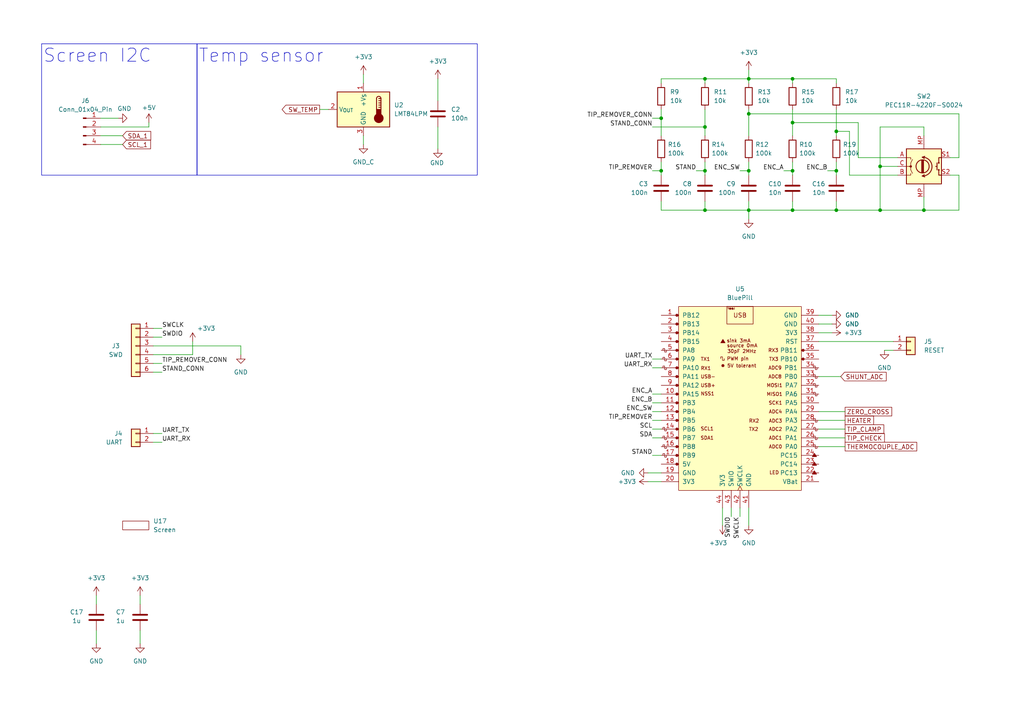
<source format=kicad_sch>
(kicad_sch (version 20250114) (generator "eeschema") (generator_version "9.0")
  (paper "A4")
  (title_block (title "OpenSolder Station Schematic") (date "2023-01-23") (rev "1.1") (comment 1 "Licence: GPL-3.0") (comment 2 "Designer: Håvard Jakobsen") (comment 4 "OpenSolder - JBC T245 compatible soldering station"))
  (lib_symbols
    (symbol "0_Howie:PEC11R-RotEnc" (pin_names (offset 0.254) (hide yes))
      (property "Reference" "SW" (at 3.81 10.16 0))
      (property "Value" "PEC11R-RotEnc" (at 3.81 7.62 0))
      (symbol "PEC11R-RotEnc_0_1"
        (rectangle (start -5.08 5.08) (end 5.08 -5.08) (stroke (width 0.254)) (fill (type background)))
        (polyline (pts (xy -5.08 2.54) (xy -3.81 2.54) (xy -3.81 2.032)))
        (polyline (pts (xy -5.08 0) (xy -3.81 0) (xy -3.81 -1.016) (xy -3.302 -2.032)))
        (polyline (pts (xy -5.08 -2.54) (xy -3.81 -2.54) (xy -3.81 -2.032)))
        (polyline (pts (xy -4.318 0) (xy -3.81 0) (xy -3.81 1.016) (xy -3.302 2.032)))
        (circle (center -3.81 0) (radius 0.254) (fill (type outline)))
        (polyline (pts (xy -0.635 -1.778) (xy -0.635 1.778)) (stroke (width 0.254)))
        (arc (start -0.381 2.667) (mid 2.3368 -0.0635) (end -0.381 -2.794) (stroke (width 0.254)))
        (circle (center -0.381 0) (radius 1.905) (stroke (width 0.254)))
        (polyline (pts (xy -0.381 -1.778) (xy -0.381 1.778)) (stroke (width 0.254)))
        (polyline (pts (xy -0.127 1.778) (xy -0.127 -1.778)) (stroke (width 0.254)))
        (polyline (pts (xy 0 6.35) (xy 0 5.08)) (stroke (width 0.1524)))
        (polyline (pts (xy 0 -6.35) (xy 0 -5.08)) (stroke (width 0.1524)))
        (polyline (pts (xy 0.254 2.921) (xy -0.508 2.667) (xy 0.127 2.286)) (stroke (width 0.254)))
        (polyline (pts (xy 0.254 -3.048) (xy -0.508 -2.794) (xy 0.127 -2.413)) (stroke (width 0.254)))
        (polyline (pts (xy 3.81 1.016) (xy 3.81 -1.016)) (stroke (width 0.254)))
        (polyline (pts (xy 3.81 0) (xy 3.429 0)) (stroke (width 0.254)))
        (circle (center 4.318 1.016) (radius 0.127) (stroke (width 0.254)))
        (circle (center 4.318 -1.016) (radius 0.127) (stroke (width 0.254)))
        (polyline (pts (xy 5.08 2.54) (xy 4.318 2.54) (xy 4.318 1.016)) (stroke (width 0.254)))
        (polyline (pts (xy 5.08 -2.54) (xy 4.318 -2.54) (xy 4.318 -1.016)) (stroke (width 0.254)))
      )
      (symbol "PEC11R-RotEnc_1_1"
        (pin passive line (at -7.62 2.54 0) (length 2.54) (name "A") (number "A"))
        (pin passive line (at -7.62 0 0) (length 2.54) (name "C") (number "C"))
        (pin passive line (at -7.62 -2.54 0) (length 2.54) (name "B") (number "B"))
        (pin passive line (at 0 8.89 270) (length 2.54) (name "MP") (number "MP"))
        (pin passive line (at 0 -8.89 90) (length 2.54) (name "MP") (number "MP"))
        (pin passive line (at 7.62 2.54 180) (length 2.54) (name "S1") (number "S1"))
        (pin passive line (at 7.62 -2.54 180) (length 2.54) (name "S2") (number "S2"))
      )
    )
    (symbol "Connector:Conn_01x04_Pin" (pin_names (offset 1.016) (hide yes))
      (property "Reference" "J" (at 0 5.08 0))
      (property "Value" "Conn_01x04_Pin" (at 0 -7.62 0))
      (symbol "Conn_01x04_Pin_1_1"
        (rectangle (start 0.8636 2.667) (end 0 2.413) (stroke (width 0.1524)) (fill (type outline)))
        (rectangle (start 0.8636 0.127) (end 0 -0.127) (stroke (width 0.1524)) (fill (type outline)))
        (rectangle (start 0.8636 -2.413) (end 0 -2.667) (stroke (width 0.1524)) (fill (type outline)))
        (rectangle (start 0.8636 -4.953) (end 0 -5.207) (stroke (width 0.1524)) (fill (type outline)))
        (polyline (pts (xy 1.27 2.54) (xy 0.8636 2.54)) (stroke (width 0.1524)))
        (polyline (pts (xy 1.27 0) (xy 0.8636 0)) (stroke (width 0.1524)))
        (polyline (pts (xy 1.27 -2.54) (xy 0.8636 -2.54)) (stroke (width 0.1524)))
        (polyline (pts (xy 1.27 -5.08) (xy 0.8636 -5.08)) (stroke (width 0.1524)))
        (pin passive line (at 5.08 2.54 180) (length 3.81) (name "Pin_1") (number "1"))
        (pin passive line (at 5.08 0 180) (length 3.81) (name "Pin_2") (number "2"))
        (pin passive line (at 5.08 -2.54 180) (length 3.81) (name "Pin_3") (number "3"))
        (pin passive line (at 5.08 -5.08 180) (length 3.81) (name "Pin_4") (number "4"))
      )
    )
    (symbol "Connector_Generic:Conn_01x02" (pin_names (offset 1.016) (hide yes))
      (property "Reference" "J" (at 0 2.54 0))
      (property "Value" "Conn_01x02" (at 0 -5.08 0))
      (symbol "Conn_01x02_1_1"
        (rectangle (start -1.27 1.27) (end 1.27 -3.81) (stroke (width 0.254)) (fill (type background)))
        (rectangle (start -1.27 0.127) (end 0 -0.127) (stroke (width 0.1524)))
        (rectangle (start -1.27 -2.413) (end 0 -2.667) (stroke (width 0.1524)))
        (pin passive line (at -5.08 0 0) (length 3.81) (name "Pin_1") (number "1"))
        (pin passive line (at -5.08 -2.54 0) (length 3.81) (name "Pin_2") (number "2"))
      )
    )
    (symbol "Connector_Generic:Conn_01x06" (pin_names (offset 1.016) (hide yes))
      (property "Reference" "J" (at 0 7.62 0))
      (property "Value" "Conn_01x06" (at 0 -10.16 0))
      (symbol "Conn_01x06_1_1"
        (rectangle (start -1.27 6.35) (end 1.27 -8.89) (stroke (width 0.254)) (fill (type background)))
        (rectangle (start -1.27 5.207) (end 0 4.953) (stroke (width 0.1524)))
        (rectangle (start -1.27 2.667) (end 0 2.413) (stroke (width 0.1524)))
        (rectangle (start -1.27 0.127) (end 0 -0.127) (stroke (width 0.1524)))
        (rectangle (start -1.27 -2.413) (end 0 -2.667) (stroke (width 0.1524)))
        (rectangle (start -1.27 -4.953) (end 0 -5.207) (stroke (width 0.1524)))
        (rectangle (start -1.27 -7.493) (end 0 -7.747) (stroke (width 0.1524)))
        (pin passive line (at -5.08 5.08 0) (length 3.81) (name "Pin_1") (number "1"))
        (pin passive line (at -5.08 2.54 0) (length 3.81) (name "Pin_2") (number "2"))
        (pin passive line (at -5.08 0 0) (length 3.81) (name "Pin_3") (number "3"))
        (pin passive line (at -5.08 -2.54 0) (length 3.81) (name "Pin_4") (number "4"))
        (pin passive line (at -5.08 -5.08 0) (length 3.81) (name "Pin_5") (number "5"))
        (pin passive line (at -5.08 -7.62 0) (length 3.81) (name "Pin_6") (number "6"))
      )
    )
    (symbol "Device:C" (pin_numbers (hide yes)) (pin_names (offset 0.254))
      (property "Reference" "C" (at 0.635 2.54 0))
      (property "Value" "C" (at 0.635 -2.54 0))
      (symbol "C_0_1"
        (polyline (pts (xy -2.032 0.762) (xy 2.032 0.762)) (stroke (width 0.508)))
        (polyline (pts (xy -2.032 -0.762) (xy 2.032 -0.762)) (stroke (width 0.508)))
      )
      (symbol "C_1_1"
        (pin passive line (at 0 3.81 270) (length 2.794) (name "~") (number "1"))
        (pin passive line (at 0 -3.81 90) (length 2.794) (name "~") (number "2"))
      )
    )
    (symbol "Device:R" (pin_numbers (hide yes)) (pin_names (offset 0))
      (property "Reference" "R" (at 2.032 0 90))
      (property "Value" "R" (at 0 0 90))
      (symbol "R_0_1"
        (rectangle (start -1.016 -2.54) (end 1.016 2.54) (stroke (width 0.254)))
      )
      (symbol "R_1_1"
        (pin passive line (at 0 3.81 270) (length 1.27) (name "~") (number "1"))
        (pin passive line (at 0 -3.81 90) (length 1.27) (name "~") (number "2"))
      )
    )
    (symbol "PSG:20x4_screen"
      (property "Reference" "U" (at 0.762 1.27 0))
      (property "Value" "Screen" (at 3.048 -1.27 0))
      (symbol "20x4_screen_0_1"
        (rectangle (start 0 -2.54) (end 7.62 -5.08))
      )
    )
    (symbol "Sensor_Temperature:LM35-LP"
      (property "Reference" "U" (at -6.35 6.35 0))
      (property "Value" "LM35-LP" (at 1.27 6.35 0))
      (symbol "LM35-LP_0_1"
        (rectangle (start -7.62 5.08) (end 7.62 -5.08) (stroke (width 0.254)) (fill (type background)))
        (polyline (pts (xy -5.08 3.175) (xy -5.08 0)) (stroke (width 0.254)))
        (polyline (pts (xy -5.08 3.175) (xy -4.445 3.175)) (stroke (width 0.254)))
        (polyline (pts (xy -5.08 2.54) (xy -4.445 2.54)) (stroke (width 0.254)))
        (polyline (pts (xy -5.08 1.905) (xy -4.445 1.905)) (stroke (width 0.254)))
        (polyline (pts (xy -5.08 1.27) (xy -4.445 1.27)) (stroke (width 0.254)))
        (polyline (pts (xy -5.08 0.635) (xy -4.445 0.635)) (stroke (width 0.254)))
        (arc (start -5.08 3.175) (mid -4.445 3.8073) (end -3.81 3.175) (stroke (width 0.254)))
        (circle (center -4.445 -2.54) (radius 1.27) (stroke (width 0.254)) (fill (type outline)))
        (polyline (pts (xy -3.81 3.175) (xy -3.81 0)) (stroke (width 0.254)))
        (rectangle (start -3.81 -1.905) (end -5.08 0) (stroke (width 0.254)) (fill (type outline)))
      )
      (symbol "LM35-LP_1_1"
        (pin power_in line (at 0 7.62 270) (length 2.54) (name "+V_{S}") (number "1"))
        (pin power_in line (at 0 -7.62 90) (length 2.54) (name "GND") (number "3"))
        (pin output line (at 10.16 0 180) (length 2.54) (name "V_{OUT}") (number "2"))
      )
    )
    (symbol "opensolder:BluePill" (pin_names (offset 1.016))
      (property "Reference" "U" (at -15.24 27.94 0))
      (property "Value" "BluePill" (at 7.62 27.686 0))
      (symbol "BluePill_0_0"
        (circle (center -18.288 22.86) (radius 0.3556) (fill (type outline)))
        (circle (center -18.288 17.78) (radius 0.3556) (fill (type outline)))
        (circle (center -18.288 15.24) (radius 0.3556) (fill (type outline)))
        (circle (center -18.288 12.7) (radius 0.3556) (fill (type outline)))
        (circle (center -18.288 10.16) (radius 0.3556) (fill (type outline)))
        (circle (center -18.288 7.62) (radius 0.3556) (fill (type outline)))
        (circle (center -18.288 5.08) (radius 0.3556) (fill (type outline)))
        (circle (center -18.288 2.54) (radius 0.3556) (fill (type outline)))
        (circle (center -18.288 0) (radius 0.3556) (fill (type outline)))
        (circle (center -18.288 -2.54) (radius 0.3556) (fill (type outline)))
        (circle (center -18.288 -5.08) (radius 0.3556) (fill (type outline)))
        (circle (center -18.288 -7.62) (radius 0.3556) (fill (type outline)))
        (circle (center -18.288 -10.16) (radius 0.3556) (fill (type outline)))
        (circle (center -18.288 -12.7) (radius 0.3556) (fill (type outline)))
        (circle (center -18.288 -15.24) (radius 0.3556) (fill (type outline)))
        (circle (center -18.288 -17.78) (radius 0.3556) (fill (type outline)))
        (circle (center -18.288 -20.32) (radius 0.3556) (fill (type outline)))
        (polyline (pts (xy -5.588 14.859) (xy -4.953 15.875) (xy -4.318 14.859) (xy -5.588 14.859) (xy -4.953 15.748) (xy -4.445 14.859) (xy -5.461 14.986) (xy -4.953 15.621) (xy -4.572 14.859) (xy -5.334 15.113) (xy -4.826 15.494) (xy -4.699 14.859) (xy -5.207 15.24) (xy -4.699 15.367) (xy -4.826 14.986) (xy -5.08 15.24) (xy -4.826 15.113) (xy -4.953 15.367)))
        (circle (center -4.953 8.255) (radius 0.127) (fill (type outline)))
        (circle (center -4.953 8.255) (radius 0.254))
        (circle (center -4.953 8.255) (radius 0.3556))
        (circle (center 18.288 12.7) (radius 0.254) (fill (type outline)))
        (circle (center 18.288 12.7) (radius 0.3556))
        (circle (center 18.288 10.16) (radius 0.254) (fill (type outline)))
        (circle (center 18.288 10.16) (radius 0.3556))
        (polyline (pts (xy 20.955 -18.161) (xy 21.59 -17.145) (xy 22.225 -18.161) (xy 20.955 -18.161) (xy 21.59 -17.272) (xy 22.098 -18.161) (xy 21.082 -18.034) (xy 21.59 -17.399) (xy 21.971 -18.161) (xy 21.209 -17.907) (xy 21.717 -17.526) (xy 21.844 -18.161) (xy 21.336 -17.78) (xy 21.844 -17.653) (xy 21.717 -18.034) (xy 21.463 -17.78) (xy 21.717 -17.907) (xy 21.59 -17.653)))
        (polyline (pts (xy 20.955 -20.701) (xy 21.59 -19.685) (xy 22.225 -20.701) (xy 20.955 -20.701) (xy 21.59 -19.812) (xy 22.098 -20.701) (xy 21.082 -20.574) (xy 21.59 -19.939) (xy 21.971 -20.701) (xy 21.209 -20.447) (xy 21.717 -20.066) (xy 21.844 -20.701) (xy 21.336 -20.32) (xy 21.844 -20.193) (xy 21.717 -20.574) (xy 21.463 -20.32) (xy 21.717 -20.447) (xy 21.59 -20.193)))
        (polyline (pts (xy 20.955 -23.241) (xy 21.59 -22.225) (xy 22.225 -23.241) (xy 20.955 -23.241) (xy 21.59 -22.352) (xy 22.098 -23.241) (xy 21.082 -23.114) (xy 21.59 -22.479) (xy 21.971 -23.241) (xy 21.209 -22.987) (xy 21.717 -22.606) (xy 21.844 -23.241) (xy 21.336 -22.86) (xy 21.844 -22.733) (xy 21.717 -23.114) (xy 21.463 -22.86) (xy 21.717 -22.987) (xy 21.59 -22.733)))
        (text "TX1" (at -10.033 10.16 0) (effects (font (size 0.9906 0.9906))))
        (text "RX1" (at -9.906 7.493 0) (effects (font (size 0.9906 0.9906))))
        (text "SCL1" (at -9.525 -10.033 0) (effects (font (size 0.9906 0.9906))))
        (text "SDA1" (at -9.525 -12.7 0) (effects (font (size 0.9906 0.9906))))
        (text "NSS1" (at -9.398 0.127 0) (effects (font (size 0.9906 0.9906))))
        (text "USB-" (at -9.271 5.08 0) (effects (font (size 0.9906 0.9906))))
        (text "USB+" (at -9.271 2.54 0) (effects (font (size 0.9906 0.9906))))
        (text "Y@@J" (at -2.5654 24.8412 0) (effects (font (size 0.508 0.508))))
        (text "PWM pin" (at -0.635 10.287 0) (effects (font (size 0.9906 0.9906))))
        (text "sink 3mA" (at -0.381 15.494 0) (effects (font (size 0.9906 0.9906))))
        (text "USB" (at 0 22.86 0) (effects (font (size 1.27 1.27))))
        (text "30pF 2MHz" (at 0.508 12.446 0) (effects (font (size 0.9906 0.9906))))
        (text "5V tolerant" (at 0.508 8.255 0) (effects (font (size 0.9906 0.9906))))
        (text "source 0mA" (at 0.635 14.097 0) (effects (font (size 0.9906 0.9906))))
        (text "TX2" (at 3.937 -10.16 0) (effects (font (size 0.9906 0.9906))))
        (text "RX2" (at 4.064 -7.747 0) (effects (font (size 0.9906 0.9906))))
        (text "RX3" (at 9.652 12.7 0) (effects (font (size 0.9906 0.9906))))
        (text "TX3" (at 9.779 10.16 0) (effects (font (size 0.9906 0.9906))))
        (text "LED" (at 9.906 -22.733 0) (effects (font (size 0.9906 0.9906))))
        (text "MOSI1" (at 10.033 2.54 0) (effects (font (size 0.9906 0.9906))))
        (text "MISO1" (at 10.033 0 0) (effects (font (size 0.9906 0.9906))))
        (text "ADC9" (at 10.16 7.62 0) (effects (font (size 0.9906 0.9906))))
        (text "ADC8" (at 10.16 5.08 0) (effects (font (size 0.9906 0.9906))))
        (text "SCK1" (at 10.287 -2.54 0) (effects (font (size 0.9906 0.9906))))
        (text "ADC4" (at 10.287 -5.08 0) (effects (font (size 0.9906 0.9906))))
        (text "ADC3" (at 10.287 -7.747 0) (effects (font (size 0.9906 0.9906))))
        (text "ADC2" (at 10.287 -10.16 0) (effects (font (size 0.9906 0.9906))))
        (text "ADC1" (at 10.287 -12.7 0) (effects (font (size 0.9906 0.9906))))
        (text "ADC0" (at 10.287 -15.24 0) (effects (font (size 0.9906 0.9906))))
      )
      (symbol "BluePill_0_1"
        (polyline (pts (xy -21.336 12.7) (xy -21.336 12.192) (xy -21.844 12.192) (xy -21.844 13.208) (xy -22.352 13.208) (xy -22.352 12.7)))
        (polyline (pts (xy -21.336 10.16) (xy -21.336 9.652) (xy -21.844 9.652) (xy -21.844 10.668) (xy -22.352 10.668) (xy -22.352 10.16)))
        (polyline (pts (xy -21.336 7.62) (xy -21.336 7.112) (xy -21.844 7.112) (xy -21.844 8.128) (xy -22.352 8.128) (xy -22.352 7.62)))
        (polyline (pts (xy -21.336 -10.16) (xy -21.336 -10.668) (xy -21.844 -10.668) (xy -21.844 -9.652) (xy -22.352 -9.652) (xy -22.352 -10.16)))
        (polyline (pts (xy -21.336 -12.7) (xy -21.336 -13.208) (xy -21.844 -13.208) (xy -21.844 -12.192) (xy -22.352 -12.192) (xy -22.352 -12.7)))
        (polyline (pts (xy -21.336 -15.24) (xy -21.336 -15.748) (xy -21.844 -15.748) (xy -21.844 -14.732) (xy -22.352 -14.732) (xy -22.352 -15.24)))
        (polyline (pts (xy -21.336 -17.78) (xy -21.336 -18.288) (xy -21.844 -18.288) (xy -21.844 -17.272) (xy -22.352 -17.272) (xy -22.352 -17.78)))
        (rectangle (start -17.78 25.4) (end 17.78 -27.94) (fill (type background)))
        (polyline (pts (xy -4.572 10.287) (xy -4.572 9.779) (xy -5.08 9.779) (xy -5.08 10.795) (xy -5.588 10.795) (xy -5.588 10.287)))
        (rectangle (start 3.81 25.4) (end -3.81 20.32))
        (polyline (pts (xy 22.352 7.62) (xy 22.352 7.112) (xy 21.844 7.112) (xy 21.844 8.128) (xy 21.336 8.128) (xy 21.336 7.62)))
        (polyline (pts (xy 22.352 5.08) (xy 22.352 4.572) (xy 21.844 4.572) (xy 21.844 5.588) (xy 21.336 5.588) (xy 21.336 5.08)))
        (polyline (pts (xy 22.352 2.54) (xy 22.352 2.032) (xy 21.844 2.032) (xy 21.844 3.048) (xy 21.336 3.048) (xy 21.336 2.54)))
        (polyline (pts (xy 22.352 0) (xy 22.352 -0.508) (xy 21.844 -0.508) (xy 21.844 0.508) (xy 21.336 0.508) (xy 21.336 0)))
        (polyline (pts (xy 22.352 -7.62) (xy 22.352 -8.128) (xy 21.844 -8.128) (xy 21.844 -7.112) (xy 21.336 -7.112) (xy 21.336 -7.62)))
        (polyline (pts (xy 22.352 -10.16) (xy 22.352 -10.668) (xy 21.844 -10.668) (xy 21.844 -9.652) (xy 21.336 -9.652) (xy 21.336 -10.16)))
        (polyline (pts (xy 22.352 -12.7) (xy 22.352 -13.208) (xy 21.844 -13.208) (xy 21.844 -12.192) (xy 21.336 -12.192) (xy 21.336 -12.7)))
        (polyline (pts (xy 22.352 -15.24) (xy 22.352 -15.748) (xy 21.844 -15.748) (xy 21.844 -14.732) (xy 21.336 -14.732) (xy 21.336 -15.24)))
      )
      (symbol "BluePill_1_1"
        (circle (center -18.288 20.32) (radius 0.3556) (fill (type outline)))
        (pin bidirectional line (at -22.86 22.86 0) (length 5.08) (name "PB12") (number "1"))
        (pin bidirectional line (at -22.86 20.32 0) (length 5.08) (name "PB13") (number "2"))
        (pin bidirectional line (at -22.86 17.78 0) (length 5.08) (name "PB14") (number "3"))
        (pin bidirectional line (at -22.86 15.24 0) (length 5.08) (name "PB15") (number "4"))
        (pin bidirectional line (at -22.86 12.7 0) (length 5.08) (name "PA8") (number "5"))
        (pin bidirectional line (at -22.86 10.16 0) (length 5.08) (name "PA9") (number "6"))
        (pin bidirectional line (at -22.86 7.62 0) (length 5.08) (name "PA10") (number "7"))
        (pin bidirectional line (at -22.86 5.08 0) (length 5.08) (name "PA11") (number "8"))
        (pin bidirectional line (at -22.86 2.54 0) (length 5.08) (name "PA12") (number "9"))
        (pin bidirectional line (at -22.86 0 0) (length 5.08) (name "PA15") (number "10"))
        (pin bidirectional line (at -22.86 -2.54 0) (length 5.08) (name "PB3") (number "11"))
        (pin bidirectional line (at -22.86 -5.08 0) (length 5.08) (name "PB4") (number "12"))
        (pin bidirectional line (at -22.86 -7.62 0) (length 5.08) (name "PB5") (number "13"))
        (pin bidirectional line (at -22.86 -10.16 0) (length 5.08) (name "PB6") (number "14"))
        (pin bidirectional line (at -22.86 -12.7 0) (length 5.08) (name "PB7") (number "15"))
        (pin bidirectional line (at -22.86 -15.24 0) (length 5.08) (name "PB8") (number "16"))
        (pin bidirectional line (at -22.86 -17.78 0) (length 5.08) (name "PB9") (number "17"))
        (pin power_in line (at -22.86 -20.32 0) (length 5.08) (name "5V") (number "18"))
        (pin power_in line (at -22.86 -22.86 0) (length 5.08) (name "GND") (number "19"))
        (pin power_in line (at -22.86 -25.4 0) (length 5.08) (name "3V3") (number "20"))
        (pin power_in line (at -5.08 -33.02 90) (length 5.08) (name "3V3") (number "44"))
        (pin bidirectional line (at -2.54 -33.02 90) (length 5.08) (name "SWIO") (number "43"))
        (pin bidirectional clock (at 0 -33.02 90) (length 5.08) (name "SWCLK") (number "42"))
        (pin power_in line (at 2.54 -33.02 90) (length 5.08) (name "GND") (number "41"))
        (pin power_in line (at 22.86 22.86 180) (length 5.08) (name "GND") (number "39"))
        (pin power_in line (at 22.86 20.32 180) (length 5.08) (name "GND") (number "40"))
        (pin power_in line (at 22.86 17.78 180) (length 5.08) (name "3V3") (number "38"))
        (pin input line (at 22.86 15.24 180) (length 5.08) (name "RST") (number "37"))
        (pin bidirectional line (at 22.86 12.7 180) (length 5.08) (name "PB11") (number "36"))
        (pin bidirectional line (at 22.86 10.16 180) (length 5.08) (name "PB10") (number "35"))
        (pin bidirectional line (at 22.86 7.62 180) (length 5.08) (name "PB1") (number "34"))
        (pin bidirectional line (at 22.86 5.08 180) (length 5.08) (name "PB0") (number "33"))
        (pin bidirectional line (at 22.86 2.54 180) (length 5.08) (name "PA7") (number "32"))
        (pin bidirectional line (at 22.86 0 180) (length 5.08) (name "PA6") (number "31"))
        (pin bidirectional line (at 22.86 -2.54 180) (length 5.08) (name "PA5") (number "30"))
        (pin bidirectional line (at 22.86 -5.08 180) (length 5.08) (name "PA4") (number "29"))
        (pin bidirectional line (at 22.86 -7.62 180) (length 5.08) (name "PA3") (number "28"))
        (pin bidirectional line (at 22.86 -10.16 180) (length 5.08) (name "PA2") (number "27"))
        (pin bidirectional line (at 22.86 -12.7 180) (length 5.08) (name "PA1") (number "26"))
        (pin bidirectional line (at 22.86 -15.24 180) (length 5.08) (name "PA0") (number "25"))
        (pin bidirectional line (at 22.86 -17.78 180) (length 5.08) (name "PC15") (number "24"))
        (pin bidirectional line (at 22.86 -20.32 180) (length 5.08) (name "PC14") (number "23"))
        (pin bidirectional line (at 22.86 -22.86 180) (length 5.08) (name "PC13") (number "22"))
        (pin power_in line (at 22.86 -25.4 180) (length 5.08) (name "VBat") (number "21"))
      )
    )
    (symbol "power:+3V3" (power) (pin_names (offset 0))
      (property "Value" "+3V3" (at 0 3.556 0))
      (symbol "+3V3_0_1"
        (polyline (pts (xy -0.762 1.27) (xy 0 2.54)))
        (polyline (pts (xy 0 2.54) (xy 0.762 1.27)))
        (polyline (pts (xy 0 0) (xy 0 2.54)))
      )
      (symbol "+3V3_1_1"
        (pin power_in line (at 0 0 90) (length 0) (hide yes) (name "+3V3") (number "1"))
      )
    )
    (symbol "power:GND" (power) (pin_names (offset 0))
      (property "Value" "GND" (at 0 -3.81 0))
      (symbol "GND_0_1"
        (polyline (pts (xy 0 0) (xy 0 -1.27) (xy 1.27 -1.27) (xy 0 -2.54) (xy -1.27 -1.27) (xy 0 -1.27)))
      )
      (symbol "GND_1_1"
        (pin power_in line (at 0 0 270) (length 0) (hide yes) (name "GND") (number "1"))
      )
    )
  )
  (rectangle (start 57.15 12.7) (end 138.43 50.8))
  (rectangle (start 12.065 12.7) (end 57.15 50.8))
  (text "Screen I2C" (at 12.446 16.256 0) (effects (font (size 3.81 3.81)) (justify left)))
  (text "Temp sensor\n" (at 57.531 16.256 0) (effects (font (size 3.81 3.81)) (justify left)))
  (junction (at 204.47 36.83))
  (junction (at 191.77 49.53))
  (junction (at 267.97 60.96))
  (junction (at 242.57 60.96))
  (junction (at 217.17 33.02))
  (junction (at 229.87 60.96))
  (junction (at 229.87 49.53))
  (junction (at 217.17 22.86))
  (junction (at 255.27 48.26))
  (junction (at 204.47 49.53))
  (junction (at 229.87 22.86))
  (junction (at 217.17 49.53))
  (junction (at 217.17 60.96))
  (junction (at 229.87 35.56))
  (junction (at 191.77 34.29))
  (junction (at 204.47 22.86))
  (junction (at 242.57 49.53))
  (junction (at 255.27 60.96))
  (junction (at 242.57 38.1))
  (junction (at 204.47 60.96))
  (wire (pts (xy 191.77 114.3) (xy 189.23 114.3)))
  (wire (pts (xy 189.23 36.83) (xy 204.47 36.83)))
  (wire (pts (xy 191.77 58.42) (xy 191.77 60.96)))
  (wire (pts (xy 27.94 172.72) (xy 27.94 175.26)))
  (wire (pts (xy 204.47 49.53) (xy 201.93 49.53)))
  (wire (pts (xy 240.03 49.53) (xy 242.57 49.53)))
  (wire (pts (xy 43.18 35.56) (xy 43.18 36.83)))
  (wire (pts (xy 44.45 107.95) (xy 46.99 107.95)))
  (wire (pts (xy 267.97 36.83) (xy 267.97 39.37)))
  (wire (pts (xy 217.17 31.75) (xy 217.17 33.02)))
  (wire (pts (xy 217.17 33.02) (xy 217.17 39.37)))
  (wire (pts (xy 217.17 58.42) (xy 217.17 60.96)))
  (wire (pts (xy 229.87 60.96) (xy 242.57 60.96)))
  (wire (pts (xy 242.57 60.96) (xy 255.27 60.96)))
  (wire (pts (xy 189.23 106.68) (xy 191.77 106.68)))
  (wire (pts (xy 44.45 97.79) (xy 46.99 97.79)))
  (wire (pts (xy 191.77 46.99) (xy 191.77 49.53)))
  (wire (pts (xy 248.92 35.56) (xy 229.87 35.56)))
  (wire (pts (xy 248.92 45.72) (xy 248.92 35.56)))
  (wire (pts (xy 260.35 45.72) (xy 248.92 45.72)))
  (wire (pts (xy 241.3 93.98) (xy 237.49 93.98)))
  (wire (pts (xy 191.77 22.86) (xy 204.47 22.86)))
  (wire (pts (xy 204.47 22.86) (xy 217.17 22.86)))
  (wire (pts (xy 191.77 132.08) (xy 189.23 132.08)))
  (wire (pts (xy 29.21 41.91) (xy 35.56 41.91)))
  (wire (pts (xy 191.77 127) (xy 189.23 127)))
  (wire (pts (xy 204.47 31.75) (xy 204.47 36.83)))
  (wire (pts (xy 204.47 36.83) (xy 204.47 39.37)))
  (wire (pts (xy 229.87 46.99) (xy 229.87 49.53)))
  (wire (pts (xy 237.49 109.22) (xy 243.84 109.22)))
  (wire (pts (xy 127 36.83) (xy 127 43.18)))
  (wire (pts (xy 127 22.86) (xy 127 29.21)))
  (wire (pts (xy 44.45 95.25) (xy 46.99 95.25)))
  (wire (pts (xy 187.96 139.7) (xy 191.77 139.7)))
  (wire (pts (xy 204.47 46.99) (xy 204.47 49.53)))
  (wire (pts (xy 217.17 147.32) (xy 217.17 152.4)))
  (wire (pts (xy 217.17 20.32) (xy 217.17 22.86)))
  (wire (pts (xy 217.17 22.86) (xy 217.17 24.13)))
  (wire (pts (xy 46.99 128.27) (xy 44.45 128.27)))
  (wire (pts (xy 229.87 58.42) (xy 229.87 60.96)))
  (wire (pts (xy 92.71 31.75) (xy 95.25 31.75)))
  (wire (pts (xy 237.49 129.54) (xy 245.11 129.54)))
  (wire (pts (xy 69.85 102.87) (xy 69.85 100.33)))
  (wire (pts (xy 242.57 58.42) (xy 242.57 60.96)))
  (wire (pts (xy 191.77 60.96) (xy 204.47 60.96)))
  (wire (pts (xy 204.47 60.96) (xy 217.17 60.96)))
  (wire (pts (xy 189.23 34.29) (xy 191.77 34.29)))
  (wire (pts (xy 242.57 38.1) (xy 246.38 38.1)))
  (wire (pts (xy 246.38 50.8) (xy 246.38 38.1)))
  (wire (pts (xy 260.35 50.8) (xy 246.38 50.8)))
  (wire (pts (xy 44.45 105.41) (xy 46.99 105.41)))
  (wire (pts (xy 229.87 31.75) (xy 229.87 35.56)))
  (wire (pts (xy 229.87 35.56) (xy 229.87 39.37)))
  (wire (pts (xy 29.21 36.83) (xy 43.18 36.83)))
  (wire (pts (xy 256.54 101.6) (xy 259.08 101.6)))
  (wire (pts (xy 217.17 60.96) (xy 217.17 63.5)))
  (wire (pts (xy 267.97 57.15) (xy 267.97 60.96)))
  (wire (pts (xy 191.77 31.75) (xy 191.77 34.29)))
  (wire (pts (xy 191.77 34.29) (xy 191.77 39.37)))
  (wire (pts (xy 237.49 121.92) (xy 245.11 121.92)))
  (wire (pts (xy 212.09 147.32) (xy 212.09 149.86)))
  (wire (pts (xy 29.21 39.37) (xy 35.56 39.37)))
  (wire (pts (xy 204.47 50.8) (xy 204.47 49.53)))
  (wire (pts (xy 204.47 22.86) (xy 204.47 24.13)))
  (wire (pts (xy 191.77 22.86) (xy 191.77 24.13)))
  (wire (pts (xy 217.17 22.86) (xy 229.87 22.86)))
  (wire (pts (xy 255.27 48.26) (xy 255.27 60.96)))
  (wire (pts (xy 255.27 60.96) (xy 267.97 60.96)))
  (wire (pts (xy 260.35 48.26) (xy 255.27 48.26)))
  (wire (pts (xy 267.97 60.96) (xy 278.13 60.96)))
  (wire (pts (xy 275.59 50.8) (xy 278.13 50.8)))
  (wire (pts (xy 278.13 50.8) (xy 278.13 60.96)))
  (wire (pts (xy 241.3 96.52) (xy 237.49 96.52)))
  (wire (pts (xy 255.27 36.83) (xy 255.27 48.26)))
  (wire (pts (xy 267.97 36.83) (xy 255.27 36.83)))
  (wire (pts (xy 27.94 182.88) (xy 27.94 186.69)))
  (wire (pts (xy 229.87 22.86) (xy 229.87 24.13)))
  (wire (pts (xy 237.49 119.38) (xy 245.11 119.38)))
  (wire (pts (xy 217.17 50.8) (xy 217.17 49.53)))
  (wire (pts (xy 237.49 127) (xy 245.11 127)))
  (wire (pts (xy 217.17 60.96) (xy 229.87 60.96)))
  (wire (pts (xy 214.63 147.32) (xy 214.63 149.86)))
  (wire (pts (xy 55.88 102.87) (xy 55.88 99.06)))
  (wire (pts (xy 242.57 46.99) (xy 242.57 49.53)))
  (wire (pts (xy 217.17 46.99) (xy 217.17 49.53)))
  (wire (pts (xy 105.41 21.59) (xy 105.41 24.13)))
  (wire (pts (xy 237.49 124.46) (xy 245.11 124.46)))
  (wire (pts (xy 189.23 104.14) (xy 191.77 104.14)))
  (wire (pts (xy 44.45 100.33) (xy 69.85 100.33)))
  (wire (pts (xy 229.87 49.53) (xy 227.33 49.53)))
  (wire (pts (xy 191.77 50.8) (xy 191.77 49.53)))
  (wire (pts (xy 275.59 45.72) (xy 278.13 45.72)))
  (wire (pts (xy 278.13 33.02) (xy 217.17 33.02)))
  (wire (pts (xy 278.13 45.72) (xy 278.13 33.02)))
  (wire (pts (xy 204.47 58.42) (xy 204.47 60.96)))
  (wire (pts (xy 191.77 119.38) (xy 189.23 119.38)))
  (wire (pts (xy 105.41 41.91) (xy 105.41 39.37)))
  (wire (pts (xy 214.63 49.53) (xy 217.17 49.53)))
  (wire (pts (xy 191.77 124.46) (xy 189.23 124.46)))
  (wire (pts (xy 237.49 99.06) (xy 259.08 99.06)))
  (wire (pts (xy 242.57 24.13) (xy 242.57 22.86)))
  (wire (pts (xy 242.57 31.75) (xy 242.57 38.1)))
  (wire (pts (xy 242.57 38.1) (xy 242.57 39.37)))
  (wire (pts (xy 40.64 182.88) (xy 40.64 186.69)))
  (wire (pts (xy 191.77 121.92) (xy 189.23 121.92)))
  (wire (pts (xy 241.3 91.44) (xy 237.49 91.44)))
  (wire (pts (xy 40.64 172.72) (xy 40.64 175.26)))
  (wire (pts (xy 187.96 137.16) (xy 191.77 137.16)))
  (wire (pts (xy 229.87 49.53) (xy 229.87 50.8)))
  (wire (pts (xy 191.77 49.53) (xy 189.23 49.53)))
  (wire (pts (xy 34.29 34.29) (xy 29.21 34.29)))
  (wire (pts (xy 44.45 102.87) (xy 55.88 102.87)))
  (wire (pts (xy 191.77 116.84) (xy 189.23 116.84)))
  (wire (pts (xy 209.55 147.32) (xy 209.55 152.4)))
  (wire (pts (xy 242.57 49.53) (xy 242.57 50.8)))
  (wire (pts (xy 46.99 125.73) (xy 44.45 125.73)))
  (wire (pts (xy 242.57 22.86) (xy 229.87 22.86)))
  (label "TIP_REMOVER_CONN" (at 46.99 105.41 0))
  (label "TIP_REMOVER" (at 189.23 49.53 180))
  (label "ENC_B" (at 189.23 116.84 180))
  (label "ENC_B" (at 240.03 49.53 180))
  (label "SWDIO" (at 46.99 97.79 0))
  (label "SCL" (at 189.23 124.46 180))
  (label "UART_RX" (at 189.23 106.68 180))
  (label "SWCLK" (at 46.99 95.25 0))
  (label "SWCLK" (at 214.63 149.86 270))
  (label "SDA" (at 189.23 127 180))
  (label "STAND_CONN" (at 189.23 36.83 180))
  (label "TIP_REMOVER_CONN" (at 189.23 34.29 180))
  (label "ENC_A" (at 189.23 114.3 180))
  (label "ENC_A" (at 227.33 49.53 180))
  (label "ENC_SW" (at 214.63 49.53 180))
  (label "STAND" (at 189.23 132.08 180))
  (label "ENC_SW" (at 189.23 119.38 180))
  (label "STAND_CONN" (at 46.99 107.95 0))
  (label "UART_TX" (at 189.23 104.14 180))
  (label "UART_TX" (at 46.99 125.73 0))
  (label "STAND" (at 201.93 49.53 180))
  (label "TIP_REMOVER" (at 189.23 121.92 180))
  (label "SWDIO" (at 212.09 149.86 270))
  (label "UART_RX" (at 46.99 128.27 0))
  (global_label "HEATER" (shape passive) (at 245.11 121.92 0) (property "Intersheetrefs" "${INTERSHEET_REFS}" (effects (hide yes))))
  (global_label "SDA_1" (shape input) (at 35.56 39.37 0) (property "Intersheetrefs" "${INTERSHEET_REFS}" (effects (hide yes))))
  (global_label "SW_TEMP" (shape output) (at 92.71 31.75 180) (property "Intersheetrefs" "${INTERSHEET_REFS}" (effects (hide yes))))
  (global_label "SHUNT_ADC" (shape input) (at 243.84 109.22 0) (property "Intersheetrefs" "${INTERSHEET_REFS}" (effects (hide yes))))
  (global_label "TIP_CHECK" (shape passive) (at 245.11 127 0) (property "Intersheetrefs" "${INTERSHEET_REFS}" (effects (hide yes))))
  (global_label "THERMOCOUPLE_ADC" (shape passive) (at 245.11 129.54 0) (property "Intersheetrefs" "${INTERSHEET_REFS}" (effects (hide yes))))
  (global_label "SCL_1" (shape input) (at 35.56 41.91 0) (property "Intersheetrefs" "${INTERSHEET_REFS}" (effects (hide yes))))
  (global_label "ZERO_CROSS" (shape passive) (at 245.11 119.38 0) (property "Intersheetrefs" "${INTERSHEET_REFS}" (effects (hide yes))))
  (global_label "TIP_CLAMP" (shape passive) (at 245.11 124.46 0) (property "Intersheetrefs" "${INTERSHEET_REFS}" (effects (hide yes))))
  (symbol (lib_id "Device:R") (at 229.87 43.18 0) (unit 1)
    (property "Reference" "R10" (at 231.775 41.91 0) (effects (justify left)))
    (property "Value" "100k" (at 231.775 44.45 0) (effects (justify left)))
    (property "Footprint" "Resistor_SMD:R_0603_1608Metric_Pad0.98x0.95mm_HandSolder" (effects (hide yes)))
    (property "LCSC" "C25803" (effects (hide yes)))
  )
  (symbol (lib_id "Device:C") (at 27.94 179.07 0) (mirror y) (unit 1)
    (property "Reference" "C17" (at 22.225 177.5291 0))
    (property "Value" "1u" (at 22.225 180.0691 0))
    (property "Footprint" "Capacitor_SMD:C_0603_1608Metric_Pad1.08x0.95mm_HandSolder" (effects (hide yes)))
    (property "LCSC" "C15849" (effects (hide yes)))
  )
  (symbol (lib_id "opensolder:BluePill") (at 214.63 114.3 0) (unit 1)
    (property "Reference" "U5" (at 214.63 83.82 0))
    (property "Value" "BluePill" (at 214.63 86.36 0))
    (property "Footprint" "opensolder:BluePill" (effects (hide yes)))
  )
  (symbol (lib_id "Connector_Generic:Conn_01x02") (at 264.16 99.06 0) (unit 1)
    (property "Reference" "J5" (at 267.97 99.06 0) (effects (justify left)))
    (property "Value" "RESET" (at 267.97 101.6 0) (effects (justify left)))
    (property "Footprint" "Connector_PinSocket_2.54mm:PinSocket_1x02_P2.54mm_Vertical" (effects (hide yes)))
  )
  (symbol (lib_id "power:GND") (at 69.85 102.87 0) (unit 1)
    (property "Reference" "#PWR0104" (effects (hide yes)))
    (property "Value" "GND" (at 69.85 107.95 0))
  )
  (symbol (lib_id "power:GND") (at 127 43.18 0) (unit 1)
    (property "Reference" "#PWR041" (effects (hide yes)))
    (property "Value" "GND" (at 126.746 47.244 0))
  )
  (symbol (lib_id "Device:C") (at 229.87 54.61 0) (mirror x) (unit 1)
    (property "Reference" "C10" (at 226.695 53.34 0) (effects (justify right)))
    (property "Value" "10n" (at 226.695 55.88 0) (effects (justify right)))
    (property "Footprint" "Capacitor_SMD:C_0603_1608Metric_Pad1.08x0.95mm_HandSolder" (effects (hide yes)))
    (property "LCSC" "C57112" (effects (hide yes)))
  )
  (symbol (lib_id "Device:R") (at 204.47 27.94 0) (unit 1)
    (property "Reference" "R11" (at 207.01 26.6699 0) (effects (justify left)))
    (property "Value" "10k" (at 207.01 29.2099 0) (effects (justify left)))
    (property "Footprint" "Resistor_SMD:R_0603_1608Metric_Pad0.98x0.95mm_HandSolder" (effects (hide yes)))
    (property "LCSC" "C25804" (effects (hide yes)))
  )
  (symbol (lib_id "power:+3V3") (at 241.3 96.52 270) (mirror x) (unit 1)
    (property "Reference" "#PWR020" (effects (hide yes)))
    (property "Value" "+3V3" (at 247.396 96.52 90))
  )
  (symbol (lib_id "power:+3V3") (at 55.88 99.06 0) (unit 1)
    (property "Reference" "#PWR019" (effects (hide yes)))
    (property "Value" "+3V3" (at 57.15 95.25 0) (effects (justify left)))
  )
  (symbol (lib_id "Device:C") (at 40.64 179.07 0) (mirror y) (unit 1)
    (property "Reference" "C7" (at 34.925 177.5291 0))
    (property "Value" "1u" (at 34.925 180.0691 0))
    (property "Footprint" "Capacitor_SMD:C_0603_1608Metric_Pad1.08x0.95mm_HandSolder" (effects (hide yes)))
    (property "LCSC" "C15849" (effects (hide yes)))
  )
  (symbol (lib_id "Device:C") (at 217.17 54.61 0) (mirror x) (unit 1)
    (property "Reference" "C9" (at 213.36 53.3399 0) (effects (justify right)))
    (property "Value" "100n" (at 213.36 55.8799 0) (effects (justify right)))
    (property "Footprint" "Capacitor_SMD:C_0603_1608Metric_Pad1.08x0.95mm_HandSolder" (effects (hide yes)))
    (property "LCSC" "C14663" (effects (hide yes)))
  )
  (symbol (lib_id "power:+3V3") (at 43.18 35.56 0) (mirror y) (unit 1)
    (property "Reference" "#PWR057" (effects (hide yes)))
    (property "Value" "+5V" (at 43.18 31.242 0))
  )
  (symbol (lib_id "power:GND") (at 105.41 41.91 0) (unit 1)
    (property "Reference" "#PWR040" (effects (hide yes)))
    (property "Value" "GND_C" (at 105.41 46.99 0))
    (property "Description" "Power symbol creates a global label with name \"GND\" , ground" (effects (hide yes)))
  )
  (symbol (lib_id "power:GND") (at 217.17 152.4 0) (unit 1)
    (property "Reference" "#PWR033" (effects (hide yes)))
    (property "Value" "GND" (at 217.17 157.48 0))
  )
  (symbol (lib_id "Device:R") (at 191.77 43.18 0) (unit 1)
    (property "Reference" "R16" (at 193.675 41.91 0) (effects (justify left)))
    (property "Value" "100k" (at 193.675 44.45 0) (effects (justify left)))
    (property "Footprint" "Resistor_SMD:R_0603_1608Metric_Pad0.98x0.95mm_HandSolder" (effects (hide yes)))
    (property "LCSC" "C25803" (effects (hide yes)))
  )
  (symbol (lib_id "Connector_Generic:Conn_01x06") (at 39.37 100.33 0) (mirror y) (unit 1)
    (property "Reference" "J3" (at 33.5915 100.33 0))
    (property "Value" "SWD" (at 33.5915 102.87 0))
    (property "Footprint" "Connector_IDC:IDC-Header_2x03_P2.54mm_Vertical" (effects (hide yes)))
  )
  (symbol (lib_id "Device:C") (at 204.47 54.61 0) (mirror x) (unit 1)
    (property "Reference" "C8" (at 200.66 53.3399 0) (effects (justify right)))
    (property "Value" "100n" (at 200.66 55.8799 0) (effects (justify right)))
    (property "Footprint" "Capacitor_SMD:C_0603_1608Metric_Pad1.08x0.95mm_HandSolder" (effects (hide yes)))
    (property "LCSC" "C14663" (effects (hide yes)))
  )
  (symbol (lib_id "power:+3V3") (at 105.41 21.59 0) (unit 1)
    (property "Reference" "#PWR039" (effects (hide yes)))
    (property "Value" "+3V3" (at 105.41 16.51 0))
  )
  (symbol (lib_id "Device:R") (at 242.57 43.18 0) (unit 1)
    (property "Reference" "R19" (at 244.475 41.91 0) (effects (justify left)))
    (property "Value" "100k" (at 244.475 44.45 0) (effects (justify left)))
    (property "Footprint" "Resistor_SMD:R_0603_1608Metric_Pad0.98x0.95mm_HandSolder" (effects (hide yes)))
    (property "LCSC" "C25803" (effects (hide yes)))
  )
  (symbol (lib_id "power:+3V3") (at 187.96 139.7 90) (unit 1)
    (property "Reference" "#PWR015" (effects (hide yes)))
    (property "Value" "+3V3" (at 181.864 139.7 90))
  )
  (symbol (lib_id "Sensor_Temperature:LM35-LP") (at 105.41 31.75 0) (mirror y) (unit 1)
    (property "Reference" "U2" (at 114.3 30.4799 0) (effects (justify right)))
    (property "Value" "LMT84LPM" (at 114.3 33.0199 0) (effects (justify right)))
    (property "Footprint" "Package_TO_SOT_THT:TO-92_Inline_W4.0mm_Horizontal_FlatSideDown" (effects (hide yes)))
    (property "Datasheet" "http://www.ti.com/lit/ds/symlink/lm35.pdf" (effects (hide yes)))
    (property "Description" "Precision centigrade temperature sensor, TO-92" (effects (hide yes)))
  )
  (symbol (lib_id "Device:C") (at 191.77 54.61 0) (mirror x) (unit 1)
    (property "Reference" "C3" (at 187.96 53.3399 0) (effects (justify right)))
    (property "Value" "100n" (at 187.96 55.8799 0) (effects (justify right)))
    (property "Footprint" "Capacitor_SMD:C_0603_1608Metric_Pad1.08x0.95mm_HandSolder" (effects (hide yes)))
    (property "LCSC" "C14663" (effects (hide yes)))
  )
  (symbol (lib_id "power:+3V3") (at 40.64 172.72 0) (mirror y) (unit 1)
    (property "Reference" "#PWR046" (effects (hide yes)))
    (property "Value" "+3V3" (at 40.64 167.64 0))
  )
  (symbol (lib_id "power:+3V3") (at 127 22.86 0) (unit 1)
    (property "Reference" "#PWR031" (effects (hide yes)))
    (property "Value" "+3V3" (at 127 17.78 0))
  )
  (symbol (lib_id "power:GND") (at 27.94 186.69 0) (unit 1)
    (property "Reference" "#PWR049" (effects (hide yes)))
    (property "Value" "GND" (at 27.94 191.77 0))
  )
  (symbol (lib_id "0_Howie:PEC11R-RotEnc") (at 267.97 48.26 0) (unit 1)
    (property "Reference" "SW2" (at 267.97 27.94 0))
    (property "Value" "PEC11R-4220F-S0024" (at 267.97 30.48 0))
    (property "Footprint" "0_Howie:RotaryEncoder_PEC11R_PEC12R" (effects (hide yes)))
  )
  (symbol (lib_id "power:+3V3") (at 27.94 172.72 0) (mirror y) (unit 1)
    (property "Reference" "#PWR048" (effects (hide yes)))
    (property "Value" "+3V3" (at 27.94 167.64 0))
  )
  (symbol (lib_id "power:GND") (at 217.17 63.5 0) (unit 1)
    (property "Reference" "#PWR030" (effects (hide yes)))
    (property "Value" "GND" (at 217.17 68.58 0))
  )
  (symbol (lib_id "power:GND") (at 34.29 34.29 90) (unit 1)
    (property "Reference" "#PWR0121" (effects (hide yes)))
    (property "Value" "GND" (at 34.036 31.496 90) (effects (justify right)))
    (property "Description" "Power symbol creates a global label with name \"GND\" , ground" (effects (hide yes)))
  )
  (symbol (lib_id "Device:R") (at 242.57 27.94 0) (unit 1)
    (property "Reference" "R17" (at 245.11 26.6699 0) (effects (justify left)))
    (property "Value" "10k" (at 245.11 29.2099 0) (effects (justify left)))
    (property "Footprint" "Resistor_SMD:R_0603_1608Metric_Pad0.98x0.95mm_HandSolder" (effects (hide yes)))
    (property "LCSC" "C25804" (effects (hide yes)))
  )
  (symbol (lib_id "Device:R") (at 191.77 27.94 0) (unit 1)
    (property "Reference" "R9" (at 194.31 26.6699 0) (effects (justify left)))
    (property "Value" "10k" (at 194.31 29.2099 0) (effects (justify left)))
    (property "Footprint" "Resistor_SMD:R_0603_1608Metric_Pad0.98x0.95mm_HandSolder" (effects (hide yes)))
    (property "LCSC" "C25804" (effects (hide yes)))
  )
  (symbol (lib_id "PSG:20x4_screen") (at 35.56 148.59 0) (unit 1)
    (property "Reference" "U17" (at 44.45 151.1299 0) (effects (justify left)))
    (property "Value" "Screen" (at 44.45 153.6699 0) (effects (justify left)))
    (property "Footprint" "opensolder:WC1602A" (effects (hide yes)))
  )
  (symbol (lib_id "power:GND") (at 40.64 186.69 0) (unit 1)
    (property "Reference" "#PWR047" (effects (hide yes)))
    (property "Value" "GND" (at 40.64 191.77 0))
  )
  (symbol (lib_id "Device:R") (at 229.87 27.94 0) (unit 1)
    (property "Reference" "R15" (at 232.41 26.6699 0) (effects (justify left)))
    (property "Value" "10k" (at 232.41 29.2099 0) (effects (justify left)))
    (property "Footprint" "Resistor_SMD:R_0603_1608Metric_Pad0.98x0.95mm_HandSolder" (effects (hide yes)))
    (property "LCSC" "C25804" (effects (hide yes)))
  )
  (symbol (lib_id "Connector_Generic:Conn_01x02") (at 39.37 125.73 0) (mirror y) (unit 1)
    (property "Reference" "J4" (at 35.56 125.73 0) (effects (justify left)))
    (property "Value" "UART" (at 35.56 128.27 0) (effects (justify left)))
    (property "Footprint" "Connector_PinSocket_2.54mm:PinSocket_1x02_P2.54mm_Vertical" (effects (hide yes)))
  )
  (symbol (lib_id "Device:C") (at 242.57 54.61 0) (mirror x) (unit 1)
    (property "Reference" "C16" (at 239.395 53.34 0) (effects (justify right)))
    (property "Value" "10n" (at 239.395 55.88 0) (effects (justify right)))
    (property "Footprint" "Capacitor_SMD:C_0603_1608Metric_Pad1.08x0.95mm_HandSolder" (effects (hide yes)))
    (property "LCSC" "C57112" (effects (hide yes)))
  )
  (symbol (lib_id "Device:R") (at 217.17 43.18 0) (unit 1)
    (property "Reference" "R12" (at 219.075 41.91 0) (effects (justify left)))
    (property "Value" "100k" (at 219.075 44.45 0) (effects (justify left)))
    (property "Footprint" "Resistor_SMD:R_0603_1608Metric_Pad0.98x0.95mm_HandSolder" (effects (hide yes)))
    (property "LCSC" "C25803" (effects (hide yes)))
  )
  (symbol (lib_id "Device:R") (at 217.17 27.94 0) (unit 1)
    (property "Reference" "R13" (at 219.71 26.6699 0) (effects (justify left)))
    (property "Value" "10k" (at 219.71 29.2099 0) (effects (justify left)))
    (property "Footprint" "Resistor_SMD:R_0603_1608Metric_Pad0.98x0.95mm_HandSolder" (effects (hide yes)))
    (property "LCSC" "C25804" (effects (hide yes)))
  )
  (symbol (lib_id "power:+3V3") (at 209.55 152.4 180) (unit 1)
    (property "Reference" "#PWR017" (effects (hide yes)))
    (property "Value" "+3V3" (at 208.28 157.48 0))
  )
  (symbol (lib_id "power:GND") (at 256.54 101.6 0) (mirror y) (unit 1)
    (property "Reference" "#PWR022" (effects (hide yes)))
    (property "Value" "GND" (at 256.54 106.68 0))
  )
  (symbol (lib_id "power:+3V3") (at 217.17 20.32 0) (mirror y) (unit 1)
    (property "Reference" "#PWR029" (effects (hide yes)))
    (property "Value" "+3V3" (at 217.17 15.24 0))
  )
  (symbol (lib_id "power:GND") (at 241.3 91.44 90) (mirror x) (unit 1)
    (property "Reference" "#PWR021" (effects (hide yes)))
    (property "Value" "GND" (at 245.11 91.4399 90) (effects (justify right)))
  )
  (symbol (lib_id "power:GND") (at 187.96 137.16 270) (unit 1)
    (property "Reference" "#PWR014" (effects (hide yes)))
    (property "Value" "GND" (at 184.15 137.1599 90) (effects (justify right)))
  )
  (symbol (lib_id "power:GND") (at 241.3 93.98 90) (mirror x) (unit 1)
    (property "Reference" "#PWR018" (effects (hide yes)))
    (property "Value" "GND" (at 245.11 93.9799 90) (effects (justify right)))
  )
  (symbol (lib_id "Connector:Conn_01x04_Pin") (at 24.13 36.83 0) (unit 1)
    (property "Reference" "J6" (at 24.765 29.21 0))
    (property "Value" "Conn_01x04_Pin" (at 24.765 31.75 0))
    (property "Footprint" "Connector_PinHeader_2.54mm:PinHeader_1x04_P2.54mm_Vertical" (effects (hide yes)))
    (property "Description" "Generic connector, single row, 01x04, script generated" (effects (hide yes)))
  )
  (symbol (lib_id "Device:C") (at 127 33.02 180) (unit 1)
    (property "Reference" "C2" (at 130.81 31.7499 0) (effects (justify right)))
    (property "Value" "100n" (at 130.81 34.2899 0) (effects (justify right)))
    (property "Footprint" "Capacitor_SMD:C_0603_1608Metric_Pad1.08x0.95mm_HandSolder" (effects (hide yes)))
    (property "LCSC" "C14663" (effects (hide yes)))
  )
  (symbol (lib_id "Device:R") (at 204.47 43.18 0) (unit 1)
    (property "Reference" "R14" (at 206.375 41.91 0) (effects (justify left)))
    (property "Value" "100k" (at 206.375 44.45 0) (effects (justify left)))
    (property "Footprint" "Resistor_SMD:R_0603_1608Metric_Pad0.98x0.95mm_HandSolder" (effects (hide yes)))
    (property "LCSC" "C25803" (effects (hide yes)))
  )
)
</source>
